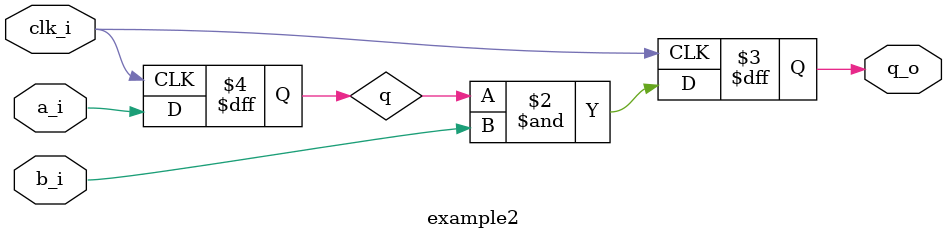
<source format=sv>
module example2(
  input  logic clk_i,
  input  logic a_i,
  input  logic b_i,
  output logic q_o
);
  logic q;

  always @(posedge clk_i) begin
    q   <=     a_i;
    q_o <= q & b_i;
  end
endmodule

</source>
